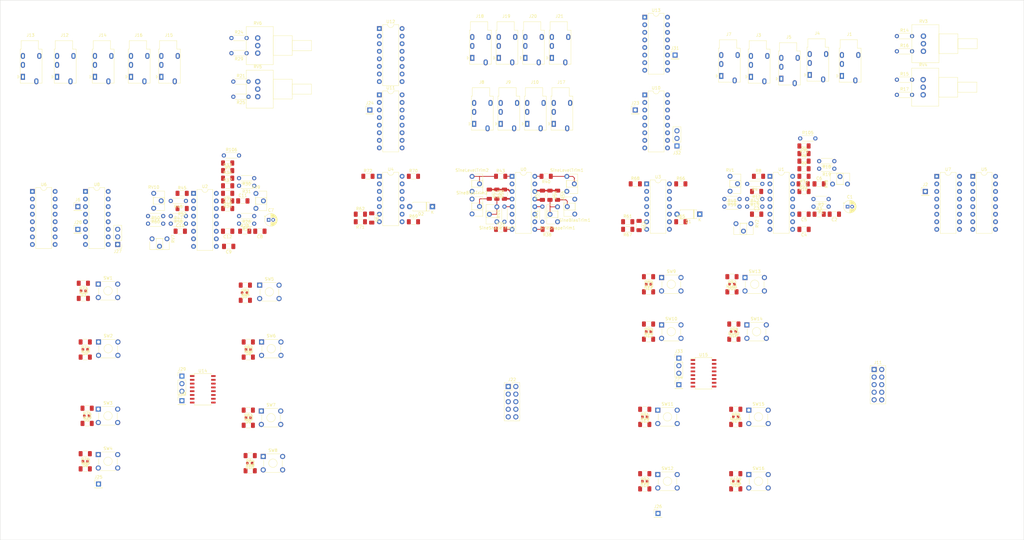
<source format=kicad_pcb>
(kicad_pcb (version 20211014) (generator pcbnew)
  (layers (0 "F.Cu" signal) (31 "B.Cu" signal) (34 "B.Paste" user) (35 "F.Paste" user) (36 "B.SilkS" user "B.Silkscreen") (37 "F.SilkS" user "F.Silkscreen") (38 "B.Mask" user) (39 "F.Mask" user) (44 "Edge.Cuts" user))
  (net 0 "")
  (net 1 "Net-(C1-Pad1)")
  (net 2 "Net-(C1-Pad2)")
  (net 3 "GND")
  (net 4 "Net-(C2-Pad2)")
  (net 5 "Net-(C3-Pad1)")
  (net 6 "Net-(C3-Pad2)")
  (net 7 "Net-(C4-Pad1)")
  (net 8 "Net-(C4-Pad2)")
  (net 9 "Net-(C5-Pad2)")
  (net 10 "Net-(C7-Pad1)")
  (net 11 "Net-(J5-PadT)")
  (net 12 "Net-(J8-PadT)")
  (net 13 "Net-(J9-PadT)")
  (net 14 "Net-(J10-PadT)")
  (net 15 "-15V")
  (net 16 "+15V")
  (net 17 "Net-(C7-Pad2)")
  (net 18 "Net-(R12-Pad1)")
  (net 19 "Net-(R4-Pad2)")
  (net 20 "Net-(C8-Pad2)")
  (net 21 "Net-(R8-Pad1)")
  (net 22 "Net-(R8-Pad2)")
  (net 23 "Net-(R11-Pad1)")
  (net 24 "Net-(C9-Pad1)")
  (net 25 "Net-(C9-Pad2)")
  (net 26 "Net-(C10-Pad2)")
  (net 27 "Net-(R14-Pad2)")
  (net 28 "Net-(R15-Pad2)")
  (net 29 "Net-(R16-Pad1)")
  (net 30 "Net-(R17-Pad1)")
  (net 31 "Net-(R18-Pad1)")
  (net 32 "Net-(R19-Pad1)")
  (net 33 "Net-(C6-Pad1)")
  (net 34 "Net-(C10-Pad1)")
  (net 35 "Net-(C12-Pad2)")
  (net 36 "Net-(C11-Pad1)")
  (net 37 "Net-(D1-Pad2)")
  (net 38 "Net-(J7-PadT)")
  (net 39 "Net-(J12-PadT)")
  (net 40 "Net-(J16-PadT)")
  (net 41 "Net-(J17-PadT)")
  (net 42 "Net-(J18-PadT)")
  (net 43 "Net-(J19-PadT)")
  (net 44 "Net-(J20-PadT)")
  (net 45 "Net-(J21-PadT)")
  (net 46 "Net-(J22-Pad1)")
  (net 47 "Net-(J22-Pad3)")
  (net 48 "Net-(J22-Pad4)")
  (net 49 "Net-(J22-Pad5)")
  (net 50 "Net-(J22-Pad6)")
  (net 51 "Net-(J22-Pad7)")
  (net 52 "Net-(J22-Pad8)")
  (net 53 "+5V")
  (net 54 "Net-(J22-Pad10)")
  (net 55 "Net-(D2-Pad2)")
  (net 56 "Net-(J27-Pad1)")
  (net 57 "Net-(R18-Pad2)")
  (net 58 "Net-(R7-Pad1)")
  (net 59 "Net-(J27-Pad2)")
  (net 60 "Net-(R13-Pad1)")
  (net 61 "Net-(J27-Pad3)")
  (net 62 "Net-(R20-Pad1)")
  (net 63 "Net-(R21-Pad2)")
  (net 64 "Net-(R24-Pad2)")
  (net 65 "Net-(R25-Pad1)")
  (net 66 "Net-(J28-Pad1)")
  (net 67 "Net-(R29-Pad1)")
  (net 68 "Net-(R30-Pad1)")
  (net 69 "Net-(R30-Pad2)")
  (net 70 "Net-(R31-Pad1)")
  (net 71 "Net-(R31-Pad2)")
  (net 72 "Net-(R32-Pad1)")
  (net 73 "Net-(R35-Pad1)")
  (net 74 "Net-(J29-Pad1)")
  (net 75 "Net-(R45-Pad1)")
  (net 76 "Net-(J29-Pad2)")
  (net 77 "Net-(J29-Pad3)")
  (net 78 "Net-(J30-Pad1)")
  (net 79 "Net-(J31-Pad1)")
  (net 80 "Net-(J32-Pad1)")
  (net 81 "Net-(J32-Pad2)")
  (net 82 "Net-(J32-Pad3)")
  (net 83 "Net-(J33-Pad1)")
  (net 84 "Net-(J33-Pad2)")
  (net 85 "Net-(J33-Pad3)")
  (net 86 "Net-(R57-Pad2)")
  (net 87 "Net-(J34-Pad1)")
  (net 88 "Net-(R43-Pad1)")
  (net 89 "Net-(R1-Pad2)")
  (net 90 "Net-(R10-Pad2)")
  (net 91 "Net-(R33-Pad1)")
  (net 92 "Net-(R56-Pad2)")
  (net 93 "Net-(U1-Pad8)")
  (net 94 "Net-(U1-Pad10)")
  (net 95 "Net-(R19-Pad2)")
  (net 96 "Net-(R26-Pad2)")
  (net 97 "Net-(D3-Pad1)")
  (net 98 "Net-(D3-Pad2)")
  (net 99 "Net-(D4-Pad1)")
  (net 100 "Net-(D4-Pad2)")
  (net 101 "Net-(D5-Pad1)")
  (net 102 "Net-(D5-Pad2)")
  (net 103 "Net-(D6-Pad1)")
  (net 104 "Net-(D6-Pad2)")
  (net 105 "Net-(D7-Pad1)")
  (net 106 "Net-(D7-Pad2)")
  (net 107 "Net-(D8-Pad1)")
  (net 108 "Net-(D8-Pad2)")
  (net 109 "Net-(D9-Pad1)")
  (net 110 "Net-(D9-Pad2)")
  (net 111 "Net-(D10-Pad1)")
  (net 112 "Net-(D10-Pad2)")
  (net 113 "Net-(D11-Pad1)")
  (net 114 "Net-(D11-Pad2)")
  (net 115 "Net-(D12-Pad1)")
  (net 116 "Net-(D12-Pad2)")
  (net 117 "Net-(D13-Pad1)")
  (net 118 "Net-(D13-Pad2)")
  (net 119 "Net-(D14-Pad1)")
  (net 120 "Net-(D14-Pad2)")
  (net 121 "Net-(D15-Pad1)")
  (net 122 "Net-(D15-Pad2)")
  (net 123 "Net-(D16-Pad1)")
  (net 124 "Net-(D16-Pad2)")
  (net 125 "Net-(D17-Pad1)")
  (net 126 "Net-(D17-Pad2)")
  (net 127 "Net-(D18-Pad1)")
  (net 128 "Net-(D18-Pad2)")
  (net 129 "Net-(J2-Pad1)")
  (net 130 "Net-(J6-Pad1)")
  (net 131 "Net-(J23-Pad1)")
  (net 132 "Net-(J24-Pad1)")
  (net 133 "Net-(J25-Pad1)")
  (net 134 "Net-(J26-Pad1)")
  (net 135 "Net-(R39-Pad2)")
  (net 136 "Net-(R40-Pad1)")
  (net 137 "Net-(R40-Pad2)")
  (net 138 "Net-(R41-Pad2)")
  (net 139 "Net-(R42-Pad2)")
  (net 140 "Net-(R43-Pad2)")
  (net 141 "Net-(R44-Pad2)")
  (net 142 "Net-(R45-Pad2)")
  (net 143 "Net-(R46-Pad1)")
  (net 144 "Net-(R46-Pad2)")
  (net 145 "Net-(R47-Pad2)")
  (net 146 "Net-(R48-Pad1)")
  (net 147 "Net-(R51-Pad1)")
  (net 148 "Net-(R51-Pad2)")
  (net 149 "Net-(R53-Pad1)")
  (net 150 "Net-(R53-Pad2)")
  (net 151 "Net-(R54-Pad2)")
  (net 154 "Net-(U5-Pad5)")
  (net 155 "Net-(U5-Pad7)")
  (net 156 "Net-(U5-Pad9)")
  (net 157 "Net-(U5-Pad11)")
  (net 158 "Net-(R55-Pad2)")
  (net 159 "Net-(R58-Pad1)")
  (net 160 "Net-(R61-Pad2)")
  (net 161 "Net-(R62-Pad2)")
  (net 162 "Net-(R63-Pad2)")
  (net 163 "Net-(R64-Pad2)")
  (net 164 "Net-(R65-Pad1)")
  (net 165 "Net-(R66-Pad1)")
  (net 166 "Net-(U11-Pad6)")
  (net 167 "Net-(U11-Pad9)")
  (net 168 "Net-(U11-Pad10)")
  (net 169 "Net-(U11-Pad11)")
  (net 170 "Net-(R68-Pad1)")
  (net 171 "Net-(R69-Pad1)")
  (net 172 "Net-(R70-Pad1)")
  (net 173 "Net-(R72-Pad1)")
  (net 174 "Net-(RV2-Pad1)")
  (net 175 "Net-(RV7-Pad1)")
  (net 176 "Net-(U2-Pad8)")
  (net 177 "Net-(U2-Pad10)")
  (net 178 "Net-(U3-Pad3)")
  (net 179 "Net-(RV2-Pad2)")
  (net 180 "Net-(RV7-Pad2)")
  (footprint "Resistor_SMD:R_1206_3216Metric_Pad1.30x1.75mm_HandSolder" (layer "F.Cu") (at 137.16 113.665)
    (fp_text reference "R62")
    (fp_text value "100k")
  )
  (footprint "Connector_PinHeader_2.54mm:PinHeader_1x01_P2.54mm_Vertical" (layer "F.Cu") (at 77.395 176.185)
    (fp_text reference "J30")
    (fp_text value "Conn_01x01_Male")
  )
  (footprint "Resistor_SMD:R_1206_3216Metric_Pad1.30x1.75mm_HandSolder" (layer "F.Cu") (at 45.01 156.5 180)
    (fp_text reference "R74")
    (fp_text value "470")
  )
  (footprint "Diode_THT:D_A-405_P7.62mm_Horizontal" (layer "F.Cu") (at 250.835 113.66 180)
    (fp_text reference "D1")
    (fp_text value "DIODE")
  )
  (footprint "Connector_Audio:Jack_3.5mm_PJ320E_Horizontal" (layer "F.Cu") (at 267.9775 67.615)
    (fp_text reference "J3")
    (fp_text value "HardSyncInput")
  )
  (footprint "Resistor_SMD:R_1206_3216Metric_Pad1.30x1.75mm_HandSolder" (layer "F.Cu") (at 44.375 136.815 180)
    (fp_text reference "R73")
    (fp_text value "470")
  )
  (footprint "Resistor_THT:R_Axial_DIN0204_L3.6mm_D1.6mm_P5.08mm_Horizontal" (layer "F.Cu") (at 94.615 69.215)
    (fp_text reference "R21")
    (fp_text value "10k")
  )
  (footprint "Resistor_SMD:R_1206_3216Metric_Pad1.30x1.75mm_HandSolder" (layer "F.Cu") (at 262.255 150.495 180)
    (fp_text reference "R98")
    (fp_text value "470")
  )
  (footprint "Capacitor_SMD:C_1206_3216Metric_Pad1.33x1.80mm_HandSolder" (layer "F.Cu") (at 290.83 103.505)
    (fp_text reference "C6")
    (fp_text value "10nf")
  )
  (footprint "LED_SMD:LED_0603_1608Metric" (layer "F.Cu") (at 261.62 137.16 180)
    (fp_text reference "D15")
    (fp_text value "LD271")
  )
  (footprint "Resistor_SMD:R_1206_3216Metric_Pad1.30x1.75mm_HandSolder" (layer "F.Cu") (at 199.39 100.965 180)
    (fp_text reference "R40")
    (fp_text value "100k")
  )
  (footprint "Resistor_SMD:R_1206_3216Metric_Pad1.30x1.75mm_HandSolder" (layer "F.Cu") (at 285.75 93.345)
    (fp_text reference "R5")
    (fp_text value "100k")
  )
  (footprint "LED_SMD:LED_0603_1608Metric" (layer "F.Cu") (at 233.68 153.035 180)
    (fp_text reference "D12")
    (fp_text value "LD271")
  )
  (footprint "Potentiometer_THT:Potentiometer_ACP_CA6-H2,5_Horizontal" (layer "F.Cu") (at 206.32 101.005)
    (fp_text reference "SineLevelTrim1")
    (fp_text value "1M Pot")
  )
  (footprint "Connector_PinHeader_2.54mm:PinHeader_1x01_P2.54mm_Vertical" (layer "F.Cu") (at 242.57 60.325)
    (fp_text reference "J31")
    (fp_text value "Conn_01x01_Male")
  )
  (footprint "Button_Switch_THT:SW_TH_Tactile_Omron_B3F-10xx" (layer "F.Cu") (at 49.38 179.015)
    (fp_text reference "SW3")
    (fp_text value "SW_DIP_x01")
  )
  (footprint "Capacitor_THT:CP_Radial_D4.0mm_P1.50mm" (layer "F.Cu") (at 106.45 115.57)
    (fp_text reference "C7")
    (fp_text value "100nf")
  )
  (footprint "Resistor_THT:R_Axial_DIN0204_L3.6mm_D1.6mm_P5.08mm_Horizontal" (layer "F.Cu") (at 73.66 116.84)
    (fp_text reference "R47")
    (fp_text value "47k")
  )
  (footprint "Connector_PinHeader_2.54mm:PinHeader_1x01_P2.54mm_Vertical" (layer "F.Cu") (at 140.335 78.74)
    (fp_text reference "J24")
    (fp_text value "Conn_01x01_Male")
  )
  (footprint "Connector_Audio:Jack_3.5mm_PJ320E_Horizontal" (layer "F.Cu") (at 35.5675 67.615)
    (fp_text reference "J12")
    (fp_text value "PWM Input")
  )
  (footprint "Potentiometer_THT:Potentiometer_ACP_CA6-H2,5_Horizontal" (layer "F.Cu") (at 67.945 106.68)
    (fp_text reference "RV10")
    (fp_text value "10k Pot")
  )
  (footprint "Button_Switch_THT:SW_TH_Tactile_Omron_B3F-10xx" (layer "F.Cu") (at 104.065 156.5)
    (fp_text reference "SW6")
    (fp_text value "SW_DIP_x01")
  )
  (footprint "Resistor_SMD:R_1206_3216Metric_Pad1.30x1.75mm_HandSolder" (layer "F.Cu") (at 261.62 139.7)
    (fp_text reference "R101")
    (fp_text value "10k")
  )
  (footprint "Resistor_SMD:R_1206_3216Metric_Pad1.30x1.75mm_HandSolder" (layer "F.Cu") (at 261.62 134.62 180)
    (fp_text reference "R97")
    (fp_text value "470")
  )
  (footprint "Potentiometer_THT:Potentiometer_ACP_CA6-H2,5_Horizontal" (layer "F.Cu") (at 203.2 116.205 180)
    (fp_text reference "SineShapeTrim1")
    (fp_text value "100k Pot")
  )
  (footprint "Resistor_SMD:R_1206_3216Metric_Pad1.30x1.75mm_HandSolder" (layer "F.Cu") (at 285.75 95.885)
    (fp_text reference "R6")
    (fp_text value "100k")
  )
  (footprint "Potentiometer_THT:Potentiometer_Vishay_148-149_Single_Horizontal" (layer "F.Cu") (at 325.755 59.055)
    (fp_text reference "RV3")
    (fp_text value "100kPot")
  )
  (footprint "Resistor_SMD:R_1206_3216Metric_Pad1.30x1.75mm_HandSolder" (layer "F.Cu") (at 92.71 111.76)
    (fp_text reference "R48")
    (fp_text value "1.8k")
  )
  (footprint "Potentiometer_THT:Potentiometer_Vishay_148-149_Single_Horizontal" (layer "F.Cu") (at 102.78 74.28)
    (fp_text reference "RV5")
    (fp_text value "100kPot")
  )
  (footprint "Package_DIP:DIP-16_W7.62mm" (layer "F.Cu") (at 143.51 51.435)
    (fp_text reference "U12")
    (fp_text value "74ls189")
  )
  (footprint "LED_SMD:LED_0603_1608Metric" (layer "F.Cu") (at 233.68 137.16 180)
    (fp_text reference "D11")
    (fp_text value "LD271")
  )
  (footprint "Resistor_SMD:R_1206_3216Metric_Pad1.30x1.75mm_HandSolder" (layer "F.Cu") (at 92.71 106.68 180)
    (fp_text reference "R35")
    (fp_text value "200k")
  )
  (footprint "Connector_PinHeader_2.54mm:PinHeader_1x01_P2.54mm_Vertical" (layer "F.Cu") (at 236.855 213.995)
    (fp_text reference "J26")
    (fp_text value "Conn_01x01_Male")
  )
  (footprint "Resistor_SMD:R_1206_3216Metric_Pad1.30x1.75mm_HandSolder" (layer "F.Cu") (at 233.68 155.575)
    (fp_text reference "R94")
    (fp_text value "10k")
  )
  (footprint "Potentiometer_THT:Potentiometer_ACP_CA6-H2,5_Horizontal" (layer "F.Cu") (at 208.97 113.625 180)
    (fp_text reference "SineBiasTrim1")
    (fp_text value "100k Pot")
  )
  (footprint "Resistor_SMD:R_1206_3216Metric_Pad1.30x1.75mm_HandSolder" (layer "F.Cu") (at 140.97 114.935 -90)
    (fp_text reference "R64")
    (fp_text value "100k")
  )
  (footprint "Resistor_THT:R_Axial_DIN0204_L3.6mm_D1.6mm_P5.08mm_Horizontal" (layer "F.Cu") (at 316.865 53.975)
    (fp_text reference "R14")
    (fp_text value "10k")
  )
  (footprint "Resistor_THT:R_Axial_DIN0204_L3.6mm_D1.6mm_P5.08mm_Horizontal" (layer "F.Cu") (at 295.91 98.425 180)
    (fp_text reference "R19")
    (fp_text value "100k")
  )
  (footprint "Resistor_SMD:R_1206_3216Metric_Pad1.30x1.75mm_HandSolder" (layer "F.Cu") (at 184.15 100.965)
    (fp_text reference "R43")
    (fp_text value "100k")
  )
  (footprint "Capacitor_SMD:C_1206_3216Metric_Pad1.33x1.80mm_HandSolder" (layer "F.Cu") (at 269.885 113.665)
    (fp_text reference "C3")
    (fp_text value "1nf")
  )
  (footprint "Capacitor_SMD:C_1206_3216Metric_Pad1.33x1.80mm_HandSolder" (layer "F.Cu") (at 76.835 119.38)
    (fp_text reference "C10")
    (fp_text value "1nf")
  )
  (footprint "Package_DIP:DIP-14_W7.62mm" (layer "F.Cu") (at 233.055 103.5)
    (fp_text reference "U3")
    (fp_text value "LM324")
  )
  (footprint "Connector_PinHeader_2.54mm:PinHeader_1x01_P2.54mm_Vertical" (layer "F.Cu") (at 229.235 78.74)
    (fp_text reference "J23")
    (fp_text value "Conn_01x01_Male")
  )
  (footprint "Resistor_THT:R_Axial_DIN0204_L3.6mm_D1.6mm_P5.08mm_Horizontal" (layer "F.Cu") (at 266.71 111.125)
    (fp_text reference "R42")
    (fp_text value "47k")
  )
  (footprint "Resistor_SMD:R_1206_3216Metric_Pad1.30x1.75mm_HandSolder" (layer "F.Cu") (at 203.2 107.315 -90)
    (fp_text reference "R55")
    (fp_text value "470k")
  )
  (footprint "Resistor_THT:R_Axial_DIN0204_L3.6mm_D1.6mm_P5.08mm_Horizontal" (layer "F.Cu") (at 316.865 59.055)
    (fp_text reference "R16")
    (fp_text value "47k")
  )
  (footprint "Resistor_SMD:R_1206_3216Metric_Pad1.30x1.75mm_HandSolder" (layer "F.Cu") (at 226.705 116.2)
    (fp_text reference "R61")
    (fp_text value "100k")
  )
  (footprint "Resistor_SMD:R_1206_3216Metric_Pad1.30x1.75mm_HandSolder" (layer "F.Cu") (at 139.7 100.965)
    (fp_text reference "R72")
    (fp_text value "1k")
  )
  (footprint "Resistor_SMD:R_1206_3216Metric_Pad1.30x1.75mm_HandSolder" (layer "F.Cu") (at 77.47 111.76 180)
    (fp_text reference "R52")
    (fp_text value "910")
  )
  (footprint "Resistor_SMD:R_1206_3216Metric_Pad1.30x1.75mm_HandSolder" (layer "F.Cu") (at 45.645 178.725 180)
    (fp_text reference "R75")
    (fp_text value "470")
  )
  (footprint "Resistor_SMD:R_1206_3216Metric_Pad1.30x1.75mm_HandSolder" (layer "F.Cu") (at 99.62 184.44)
    (fp_text reference "R87")
    (fp_text value "10k")
  )
  (footprint "Button_Switch_THT:SW_TH_Tactile_Omron_B3F-10xx" (layer "F.Cu") (at 238.05 150.785)
    (fp_text reference "SW10")
    (fp_text value "SW_DIP_x01")
  )
  (footprint "Resistor_THT:R_Axial_DIN0204_L3.6mm_D1.6mm_P5.08mm_Horizontal" (layer "F.Cu") (at 271.78 108.585 180)
    (fp_text reference "R13")
    (fp_text value "2k")
  )
  (footprint "Resistor_THT:R_Axial_DIN0204_L3.6mm_D1.6mm_P5.08mm_Horizontal" (layer "F.Cu") (at 99.06 59.69 180)
    (fp_text reference "R29")
    (fp_text value "100k")
  )
  (footprint "Connector_PinHeader_2.54mm:PinHeader_1x01_P2.54mm_Vertical" (layer "F.Cu") (at 42.545 111.125)
    (fp_text reference "J6")
    (fp_text value "Conn_01x01_Male")
  )
  (footprint "Connector_Audio:Jack_3.5mm_PJ320E_Horizontal" (layer "F.Cu") (at 24.1375 67.615)
    (fp_text reference "J13")
    (fp_text value "HardSyncInput")
  )
  (footprint "Resistor_SMD:R_1206_3216Metric_Pad1.30x1.75mm_HandSolder" (layer "F.Cu") (at 232.41 200.66 180)
    (fp_text reference "R92")
    (fp_text value "470")
  )
  (footprint "Resistor_SMD:R_1206_3216Metric_Pad1.30x1.75mm_HandSolder" (layer "F.Cu") (at 285.75 98.425)
    (fp_text reference "R9")
    (fp_text value "100k")
  )
  (footprint "Button_Switch_THT:SW_TH_Tactile_Omron_B3F-10xx" (layer "F.Cu") (at 265.99 134.91)
    (fp_text reference "SW13")
    (fp_text value "SW_DIP_x01")
  )
  (footprint "Button_Switch_THT:SW_TH_Tactile_Omron_B3F-10xx" (layer "F.Cu") (at 266.625 150.785)
    (fp_text reference "SW14")
    (fp_text value "SW_DIP_x01")
  )
  (footprint "Potentiometer_THT:Potentiometer_ACP_CA6-H2,5_Horizontal" (layer "F.Cu") (at 72.39 121.92 -90)
    (fp_text reference "RV7")
    (fp_text value "10k Pot")
  )
  (footprint "Resistor_SMD:R_1206_3216Metric_Pad1.30x1.75mm_HandSolder" (layer "F.Cu") (at 233.68 139.7)
    (fp_text reference "R93")
    (fp_text value "10k")
  )
  (footprint "Package_SO:SOIC-16W_5.3x10.2mm_P1.27mm" (layer "F.Cu") (at 252.095 167.005)
    (fp_text reference "U15")
    (fp_text value "74LS138")
  )
  (footprint "Potentiometer_THT:Potentiometer_Vishay_148-149_Single_Horizontal" (layer "F.Cu") (at 325.665 73.645)
    (fp_text reference "RV4")
    (fp_text value "100kPot")
  )
  (footprint "Package_DIP:DIP-16_W7.62mm" (layer "F.Cu") (at 45.085 106.045)
    (fp_text reference "U8")
    (fp_text value "74HC4051")
  )
  (footprint "Connector_Audio:Jack_3.5mm_PJ320E_Horizontal" (layer "F.Cu") (at 287.6625 66.98)
    (fp_text reference "J4")
    (fp_text value "SoftSyncInput")
  )
  (footprint "Resistor_SMD:R_1206_3216Metric_Pad1.30x1.75mm_HandSolder" (layer "F.Cu") (at 262.89 179.07 180)
    (fp_text reference "R99")
    (fp_text value "470")
  )
  (footprint "Resistor_SMD:R_1206_3216Metric_Pad1.30x1.75mm_HandSolder" (layer "F.Cu") (at 262.89 184.15)
    (fp_text reference "R103")
    (fp_text value "10k")
  )
  (footprint "Resistor_SMD:R_1206_3216Metric_Pad1.30x1.75mm_HandSolder" (layer "F.Cu") (at 99.62 161.58)
    (fp_text reference "R86")
    (fp_text value "10k")
  )
  (footprint "Package_DIP:DIP-16_W7.62mm" (layer "F.Cu") (at 232.41 47.625)
    (fp_text reference "U13")
    (fp_text value "74ls189")
  )
  (footprint "Resistor_THT:R_Axial_DIN0204_L3.6mm_D1.6mm_P5.08mm_Horizontal" (layer "F.Cu") (at 294.005 108.585 180)
    (fp_text reference "R2")
    (fp_text value "1.5M")
  )
  (footprint "Potentiometer_THT:Potentiometer_ACP_CA6-H2,5_Horizontal" (layer "F.Cu") (at 267.97 116.84 -90)
    (fp_text reference "RV2")
    (fp_text value "20k Pot")
  )
  (footprint "Connector_PinHeader_2.54mm:PinHeader_1x01_P2.54mm_Vertical" (layer "F.Cu") (at 326.39 106.045)
    (fp_text reference "J2")
    (fp_text value "Conn_01x01_Male")
  )
  (footprint "Resistor_SMD:R_1206_3216Metric_Pad1.30x1.75mm_HandSolder" (layer "F.Cu") (at 100.255 194.6 180)
    (fp_text reference "R84")
    (fp_text value "470")
  )
  (footprint "Capacitor_SMD:C_1206_3216Metric_Pad1.33x1.80mm_HandSolder" (layer "F.Cu") (at 285.76 118.745 180)
    (fp_text reference "C4")
    (fp_text value "1nf")
  )
  (footprint "Potentiometer_THT:Potentiometer_Vishay_148-149_Single_Horizontal" (layer "F.Cu") (at 102.78 59.675)
    (fp_text reference "RV6")
    (fp_text value "100kPot")
  )
  (footprint "Connector_Audio:Jack_3.5mm_PJ320E_Horizontal" (layer "F.Cu") (at 48.2675 67.615)
    (fp_text reference "J14")
    (fp_text value "SoftSyncInput")
  )
  (footprint "LED_SMD:LED_0603_1608Metric" (layer "F.Cu") (at 262.89 181.61 180)
    (fp_text reference "D17")
    (fp_text value "LD271")
  )
  (footprint "Resistor_THT:R_Axial_DIN0204_L3.6mm_D1.6mm_P5.08mm_Horizontal" (layer "F.Cu") (at 294.005 111.125 180)
    (fp_text reference "R1")
    (fp_text value "1M")
  )
  (footprint "Resistor_SMD:R_1206_3216Metric_Pad1.30x1.75mm_HandSolder" (layer "F.Cu") (at 45.01 199.045)
    (fp_text reference "R80")
    (fp_text value "10k")
  )
  (footprint "Resistor_SMD:R_1206_3216Metric_Pad1.30x1.75mm_HandSolder" (layer "F.Cu") (at 92.71 99.06)
    (fp_text reference "R33")
    (fp_text value "100k")
  )
  (footprint "Resistor_THT:R_Axial_DIN0204_L3.6mm_D1.6mm_P5.08mm_Horizontal" (layer "F.Cu") (at 271.79 103.505 180)
    (fp_text reference "R4")
    (fp_text value "5.6k")
  )
  (footprint "Resistor_SMD:R_1206_3216Metric_Pad1.30x1.75mm_HandSolder" (layer "F.Cu") (at 230.515 117.47 -90)
    (fp_text reference "R63")
    (fp_text value "100k")
  )
  (footprint "LED_SMD:LED_0603_1608Metric" (layer "F.Cu") (at 99.62 181.9 180)
    (fp_text reference "D9")
    (fp_text value "LD271")
  )
  (footprint "Button_Switch_THT:SW_TH_Tactile_Omron_B3F-10xx" (layer "F.Cu") (at 236.78 179.36)
    (fp_text reference "SW11")
    (fp_text value "SW_DIP_x01")
  )
  (footprint "Resistor_SMD:R_1206_3216Metric_Pad1.30x1.75mm_HandSolder" (layer "F.Cu") (at 232.41 184.15)
    (fp_text reference "R95")
    (fp_text value "10k")
  )
  (footprint "Capacitor_SMD:C_1206_3216Metric_Pad1.33x1.80mm_HandSolder" (layer "F.Cu") (at 103.505 119.38 180)
    (fp_text reference "C8")
    (fp_text value "10nf")
  )
  (footprint "Resistor_THT:R_Axial_DIN0204_L3.6mm_D1.6mm_P5.08mm_Horizontal" (layer "F.Cu") (at 101.6 104.14 180)
    (fp_text reference "R31")
    (fp_text value "100k")
  )
  (footprint "Resistor_SMD:R_1206_3216Metric_Pad1.30x1.75mm_HandSolder" (layer "F.Cu") (at 92.71 104.14)
    (fp_text reference "R37")
    (fp_text value "100k")
  )
  (footprint "Package_DIP:DIP-16_W7.62mm" (layer "F.Cu") (at 27.305 106.045)
    (fp_text reference "U6")
    (fp_text value "74ls189")
  )
  (footprint "LED_SMD:LED_0603_1608Metric" (layer "F.Cu") (at 100.1025 197.14 180)
    (fp_text reference "D10")
    (fp_text value "LD271")
  )
  (footprint "Connector_PinHeader_2.54mm:PinHeader_1x03_P2.54mm_Vertical" (layer "F.Cu") (at 77.395 167.945)
    (fp_text reference "J29")
    (fp_text value "Conn_01x03_Male")
  )
  (footprint "Resistor_THT:R_Axial_DIN0204_L3.6mm_D1.6mm_P5.08mm_Horizontal" (layer "F.Cu") (at 259.08 111.125)
    (fp_text reference "R49")
    (fp_text value "47k")
  )
  (footprint "Connector_Audio:Jack_3.5mm_PJ320E_Horizontal" (layer "F.Cu") (at 193.04 83.375)
    (fp_text reference "J10")
    (fp_text value "TRI OUT")
  )
  (footprint "Resistor_SMD:R_1206_3216Metric_Pad1.30x1.75mm_HandSolder" (layer "F.Cu") (at 77.47 106.68)
    (fp_text reference "R45")
    (fp_text value "24k")
  )
  (footprint "Resistor_SMD:R_1206_3216Metric_Pad1.30x1.75mm_HandSolder" (layer "F.Cu") (at 154.94 100.965)
    (fp_text reference "R70")
    (fp_text value "1k")
  )
  (footprint "Resistor_SMD:R_1206_3216Metric_Pad1.30x1.75mm_HandSolder" (layer "F.Cu") (at 198.12 107.315 90)
    (fp_text reference "R51")
    (fp_text value "1k")
  )
  (footprint "Connector_Audio:Jack_3.5mm_PJ320E_Horizontal" (layer "F.Cu") (at 192.4125 61.265)
    (fp_text reference "J20")
    (fp_text value "TRI OUT")
  )
  (footprint "Resistor_SMD:R_1206_3216Metric_Pad1.30x1.75mm_HandSolder" (layer "F.Cu") (at 226.705 118.74 180)
    (fp_text reference "R67")
    (fp_text value "1k")
  )
  (footprint "Package_DIP:DIP-16_W7.62mm" (layer "F.Cu") (at 330.21 100.98)
    (fp_text reference "U7")
    (fp_text value "74HC4051")
  )
  (footprint "Package_SO:SOIC-16W_5.3x10.2mm_P1.27mm" (layer "F.Cu") (at 84.38 172.375)
    (fp_text reference "U14")
    (fp_text value "74LS138")
  )
  (footprint "Button_Switch_THT:SW_TH_Tactile_Omron_B3F-10xx" (layer "F.Cu") (at 49.38 137.105)
    (fp_text reference "SW1")
    (fp_text value "SW_DIP_x01")
  )
  (footprint "Package_DIP:DIP-16_W7.62mm" (layer "F.Cu") (at 274.33 100.965)
    (fp_text reference "U1")
    (fp_text value "AS3340")
  )
  (footprint "Package_DIP:DIP-16_W7.62mm" (layer "F.Cu") (at 232.42 73.675)
    (fp_text reference "U10")
    (fp_text value "74HC4051")
  )
  (footprint "Capacitor_THT:CP_Radial_D4.0mm_P1.50mm" (layer "F.Cu") (at 300.355 111.125)
    (fp_text reference "C1")
    (fp_text value "100nf")
  )
  (footprint "Connector_Audio:Jack_3.5mm_PJ320E_Horizontal" (layer "F.Cu") (at 70.4925 67.615)
    (fp_text reference "J15")
    (fp_text value "LinearFMInput")
  )
  (footprint "Connector_PinHeader_2.54mm:PinHeader_1x03_P2.54mm_Vertical" (layer "F.Cu") (at 55.88 123.81 180)
    (fp_text reference "J27")
    (fp_text value "Conn_01x03_Male")
  )
  (footprint "LED_SMD:LED_0603_1608Metric" (layer "F.Cu") (at 45.01 159.015 180)
    (fp_text reference "D4")
    (fp_text value "LD271")
  )
  (footprint "Resistor_SMD:R_1206_3216Metric_Pad1.30x1.75mm_HandSolder" (layer "F.Cu") (at 285.48 103.505 180)
    (fp_text reference "R10")
    (fp_text value "470")
  )
  (footprint "Resistor_SMD:R_1206_3216Metric_Pad1.30x1.75mm_HandSolder" (layer "F.Cu") (at 99.62 179.36 180)
    (fp_text reference "R83")
    (fp_text value "470")
  )
  (footprint "Resistor_SMD:R_1206_3216Metric_Pad1.30x1.75mm_HandSolder" (layer "F.Cu") (at 285.75 106.045)
    (fp_text reference "R11")
    (fp_text value "1.8k")
  )
  (footprint "Resistor_SMD:R_1206_3216Metric_Pad1.30x1.75mm_HandSolder" (layer "F.Cu") (at 92.71 109.22 180)
    (fp_text reference "R34")
    (fp_text value "470")
  )
  (footprint "Potentiometer_THT:Potentiometer_ACP_CA6-H2,5_Horizontal" (layer "F.Cu") (at 260.985 100.965)
    (fp_text reference "RV1")
    (fp_text value "10k Pot")
  )
  (footprint "LED_SMD:LED_0603_1608Metric" (layer "F.Cu") (at 232.41 203.2 180)
    (fp_text reference "D14")
    (fp_text value "LD271")
  )
  (footprint "Connector_Audio:Jack_3.5mm_PJ320E_Horizontal" (layer "F.Cu") (at 258.025 67.325)
    (fp_text reference "J7")
    (fp_text value "PWM Input")
  )
  (footprint "Potentiometer_THT:Potentiometer_ACP_CA6-H2,5_Horizontal" (layer "F.Cu") (at 174.57 101.005)
    (fp_text reference "SineLevelTrim2")
    (fp_text value "1M Pot")
  )
  (footprint "Connector_Audio:Jack_3.5mm_PJ320E_Horizontal" (layer "F.Cu") (at 298.45 67.31)
    (fp_text reference "J1")
    (fp_text value "LinearFMInput")
  )
  (footprint "Connector_PinHeader_2.54mm:PinHeader_1x03_P2.54mm_Vertical" (layer "F.Cu") (at 243.205 90.79 180)
    (fp_text reference "J32")
    (fp_text value "Conn_01x03_Male")
  )
  (footprint "Button_Switch_THT:SW_TH_Tactile_Omron_B3F-10xx" (layer "F.Cu") (at 104.625 194.89)
    (fp_text reference "SW8")
    (fp_text value "SW_DIP_x01")
  )
  (footprint "Connector_PinHeader_2.54mm:PinHeader_2x05_P2.54mm_Vertical" (layer "F.Cu") (at 186.69 171.45)
    (fp_text reference "J22")
    (fp_text value "Conn_02x05_Odd_Even")
  )
  (footprint "Button_Switch_THT:SW_TH_Tactile_Omron_B3F-10xx" (layer "F.Cu") (at 236.78 200.95)
    (fp_text reference "SW12")
    (fp_text value "SW_DIP_x01")
  )
  (footprint "Resistor_THT:R_Axial_DIN0204_L3.6mm_D1.6mm_P5.08mm_Horizontal" (layer "F.Cu") (at 71.12 114.3 180)
    (fp_text reference "R60")
    (fp_text value "47k")
  )
  (footprint "Button_Switch_THT:SW_TH_Tactile_Omron_B3F-10xx" (layer "F.Cu") (at 103.99 179.65)
    (fp_text reference "SW7")
    (fp_text value "SW_DIP_x01")
  )
  (footprint "Resistor_THT:R_Axial_DIN0204_L3.6mm_D1.6mm_P5.08mm_Horizontal" (layer "F.Cu") (at 99.695 74.295 180)
    (fp_text reference "R25")
    (fp_text value "47k")
  )
  (footprint "Resistor_THT:R_Axial_DIN0204_L3.6mm_D1.6mm_P5.08mm_Horizontal" (layer "F.Cu") (at 78.74 109.22 180)
    (fp_text reference "R46")
    (fp_text value "5.6k")
  )
  (footprint "LED_SMD:LED_0603_1608Metric" (layer "F.Cu") (at 99.62 159.04 180)
    (fp_text reference "D8")
    (fp_text value "LD271")
  )
  (footprint "Resistor_SMD:R_1206_3216Metric_Pad1.30x1.75mm_HandSolder" (layer "F.Cu") (at 45.01 193.965 180)
    (fp_text reference "R76")
    (fp_text value "470")
  )
  (footprint "Package_DIP:DIP-16_W7.62mm" (layer "F.Cu") (at 81.29 106.695)
    (fp_text reference "U2")
    (fp_text value "AS3340")
  )
  (footprint "Resistor_SMD:R_1206_3216Metric_Pad1.30x1.75mm_HandSolder" (layer "F.Cu") (at 92.71 96.52 180)
    (fp_text reference "R7")
    (fp_text value "100k")
  )
  (footprint "Connector_Audio:Jack_3.5mm_PJ320E_Horizontal" (layer "F.Cu") (at 184.15 83.375)
    (fp_text reference "J9")
    (fp_text value "SAW OUT")
  )
  (footprint "Resistor_THT:R_Axial_DIN0204_L3.6mm_D1.6mm_P5.08mm_Horizontal" (layer "F.Cu") (at 91.44 93.98)
    (fp_text reference "R106")
    (fp_text value "1M")
  )
  (footprint "Resistor_SMD:R_1206_3216Metric_Pad1.30x1.75mm_HandSolder" (layer "F.Cu") (at 180.34 106.96 -90)
    (fp_text reference "R57")
    (fp_text value "470k")
  )
  (footprint "Resistor_THT:R_Axial_DIN0204_L3.6mm_D1.6mm_P5.08mm_Horizontal" (layer "F.Cu") (at 101.6 101.6 180)
    (fp_text reference "R30")
    (fp_text value "1M")
  )
  (footprint "Connector_Audio:Jack_3.5mm_PJ320E_Horizontal" (layer "F.Cu") (at 201.93 83.375)
    (fp_text reference "J17")
    (fp_text value "SIN OUT")
  )
  (footprint "Resistor_SMD:R_1206_3216Metric_Pad1.30x1.75mm_HandSolder" (layer "F.Cu") (at 44.375 141.895)
    (fp_text reference "R77")
    (fp_text value "10k")
  )
  (footprint "Resistor_SMD:R_1206_3216Metric_Pad1.30x1.75mm_HandSolder" (layer "F.Cu") (at 100.255 199.68)
    (fp_text reference "R88")
    (fp_text value "10k")
  )
  (footprint "Resistor_SMD:R_1206_3216Metric_Pad1.30x1.75mm_HandSolder" (layer "F.Cu") (at 285.75 90.805 180)
    (fp_text reference "R20")
    (fp_text value "100k")
  )
  (footprint "Resistor_SMD:R_1206_3216Metric_Pad1.30x1.75mm_HandSolder" (layer "F.Cu") (at 262.255 155.575)
    (fp_text reference "R102")
    (fp_text value "10k")
  )
  (footprint "Resistor_SMD:R_1206_3216Metric_Pad1.30x1.75mm_HandSolder" (layer "F.Cu") (at 182.88 106.96 -90)
    (fp_text reference "R56")
    (fp_text value "20k")
  )
  (footprint "Resistor_SMD:R_1206_3216Metric_Pad1.30x1.75mm_HandSolder" (layer "F.Cu") (at 199.745 118.745 180)
    (fp_text reference "R38")
    (fp_text value "4.7k")
  )
  (footprint "Resistor_THT:R_Axial_DIN0204_L3.6mm_D1.6mm_P5.08mm_Horizontal" (layer "F.Cu") (at 101.6 114.3 180)
    (fp_text reference "R26")
    (fp_text value "1.5M")
  )
  (footprint "Potentiometer_THT:Potentiometer_ACP_CA6-H2,5_Horizontal" (layer "F.Cu") (at 295.315 103.56 90)
    (fp_text reference "RV8")
    (fp_text value "100k Pot")
  )
  (footprint "Package_DIP:DIP-16_W7.62mm" (layer "F.Cu") (at 143.51 73.66)
    (fp_text reference "U11")
    (fp_text value "74HC4051")
  )
  (footprint "Connector_Audio:Jack_3.5mm_PJ320E_Horizontal" (layer "F.Cu") (at 60.3325 67.615)
    (fp_text reference "J16")
    (fp_text value "CV1")
  )
  (footprint "Connector_Audio:Jack_3.5mm_PJ320E_Horizontal" (layer "F.Cu") (at 183.5225 61.265)
    (fp_text reference "J19")
    (fp_text value "SAW OUT")
  )
  (footprint "Resistor_SMD:R_1206_3216Metric_Pad1.30x1.75mm_HandSolder" (layer "F.Cu") (at 92.71 101.6)
    (fp_text reference "R36")
    (fp_text value "100k")
  )
  (footprint "Resistor_SMD:R_1206_3216Metric_Pad1.30x1.75mm_HandSolder" (layer "F.Cu") (at 154.94 116.205)
    (fp_text reference "R69")
    (fp_text value "1k")
  )
  (footprint "LED_SMD:LED_0603_1608Metric" (layer "F.Cu") (at 44.375 139.355 180)
    (fp_text reference "D3")
    (fp_text value "LD271")
  )
  (footprint "LED_SMD:LED_0603_1608Metric" (layer "F.Cu") (at 262.89 203.2 180)
    (fp_text reference "D18")
    (fp_text value "LD271")
  )
  (footprint "Connector_PinHeader_2.54mm:PinHeader_1x03_P2.54mm_Vertical" (layer "F.Cu") (at 243.84 161.925)
    (fp_text reference "J33")
    (fp_text value "Conn_01x03_Male")
  )
  (footprint "Resistor_SMD:R_1206_3216Metric_Pad1.30x1.75mm_HandSolder" (layer "F.Cu") (at 285.75 100.965 180)
    (fp_text reference "R32")
    (fp_text value "200k")
  )
  (footprint "Button_Switch_THT:SW_TH_Tactile_Omron_B3F-10xx" (layer "F.Cu") (at 238.05 134.91)
    (fp_text reference "SW9")
    (fp_text value "SW_DIP_x01")
  )
  (footprint "Resistor_SMD:R_1206_3216Metric_Pad1.30x1.75mm_HandSolder" (layer "F.Cu") (at 98.63 142.53)
    (fp_text reference "R85")
    (fp_text value "10k")
  )
  (footprint "Capacitor_SMD:C_1206_3216Metric_Pad1.33x1.80mm_HandSolder" (layer "F.Cu") (at 97.79 109.22)
    (fp_text reference "C11")
    (fp_text value "10nf")
  )
  (footprint "Button_Switch_THT:SW_TH_Tactile_Omron_B3F-10xx" (layer "F.Cu") (at 267.26 179.36)
    (fp_text reference "SW15")
    (fp_text value "SW_DIP_x01")
  )
  (footprint "Resistor_THT:R_Axial_DIN0204_L3.6mm_D1.6mm_P5.08mm_Horizontal" (layer "F.Cu") (at 185.42 116.205 90)
    (fp_text reference "R44")
    (fp_text value "1M")
  )
  (footprint "Connector_PinHeader_2.54mm:PinHeader_1x01_P2.54mm_Vertical" (layer "F.Cu") (at 49.455 204.125)
    (fp_text reference "J25")
    (fp_text value "Conn_01x01_Male")
  )
  (footprint "Resistor_SMD:R_1206_3216Metric_Pad1.30x1.75mm_HandSolder" (layer "F.Cu") (at 232.41 205.74)
    (fp_text reference "R96")
    (fp_text value "10k")
  )
  (footprint "Button_Switch_THT:SW_TH_Tactile_Omron_B3F-10xx" (layer "F.Cu") (at 103.43 137.45)
    (fp_text reference "SW5")
    (fp_text value "SW_DIP_x01")
  )
  (footprint "Resistor_THT:R_Axial_DIN0204_L3.6mm_D1.6mm_P5.08mm_Horizontal" (layer "F.Cu") (at 295.91 95.885 180)
    (fp_text reference "R18")
    (fp_text value "1M")
  )
  (footprint "Package_DIP:DIP-16_W7.62mm" (layer "F.Cu") (at 342.275 100.98)
    (fp_text reference "U5")
    (fp_text value "74ls189")
  )
  (footprint "Button_Switch_THT:SW_TH_Tactile_Omron_B3F-10xx" (layer "F.Cu") (at 49.38 194.255)
    (fp_text reference "SW4")
    (fp_text value "SW_DIP_x01")
  )
  (footprint "Resistor_THT:R_Axial_DIN0204_L3.6mm_D1.6mm_P5.08mm_Horizontal" (layer "F.Cu") (at 284.48 88.265)
    (fp_text reference "R105")
    (fp_text value "1M")
  )
  (footprint "Button_Switch_THT:SW_TH_Tactile_Omron_B3F-10xx" (layer "F.Cu") (at 267.26 200.95)
    (fp_text reference "SW16")
    (fp_text value "SW_DIP_x01")
  )
  (footprint "Button_Switch_THT:SW_TH_Tactile_Omron_B3F-10xx" (layer "F.Cu") (at 49.455 156.5)
    (fp_text reference "SW2")
    (fp_text value "SW_DIP_x01")
  )
  (footprint "Resistor_SMD:R_1206_3216Metric_Pad1.30x1.75mm_HandSolder" (layer "F.Cu") (at 232.41 179.07 180)
    (fp_text reference "R91")
    (fp_text value "470")
  )
  (footprint "Resistor_THT:R_Axial_DIN0204_L3.6mm_D1.6mm_P5.08mm_Horizontal" (layer "F.Cu") (at 78.74 114.3 180)
    (fp_text reference "R58")
    (fp_text value "2k")
  )
  (footprint "Connector_Audio:Jack_3.5mm_PJ320E_Horizontal" (layer "F.Cu") (at 175.26 83.375)
    (fp_text reference "J8")
    (fp_text value "SQR OUT")
  )
  (footprint "Diode_THT:D_A-405_P7.62mm_Horizontal" (layer "F.Cu") (at 161.29 111.125 180)
    (fp_text reference "D2")
    (fp_text value "DIODE")
  )
  (footprint "Resistor_SMD:R_1206_3216Metric_Pad1.30x1.75mm_HandSolder" (layer "F.Cu") (at 270.52 100.965)
    (fp_text reference "R8")
    (fp_text value "24k")
  )
  (footprint "Resistor_SMD:R_1206_3216Metric_Pad1.30x1.75mm_HandSolder" (layer "F.Cu") (at 262.89 205.74)
    (fp_text reference "R104")
    (fp_text value "10k")
  )
  (footprint "Resistor_THT:R_Axial_DIN0204_L3.6mm_D1.6mm_P5.08mm_Horizontal" (layer "F.Cu") (at 198.12 116.205 90)
    (fp_text reference "R41")
    (fp_text value "1M")
  )
  (footprint "Connector_PinHeader_2.54mm:PinHeader_1x01_P2.54mm_Vertical" (layer "F.Cu") (at 42.545 118.745)
    (fp_text reference "J28")
    (fp_text value "Conn_01x01_Male")
  )
  (footprint "Resistor_THT:R_Axial_DIN0204_L3.6mm_D1.6mm_P5.08mm_Horizontal" (layer "F.Cu") (at 101.6 116.84 180)
    (fp_text reference "R27")
    (fp_text value "1M")
  )
  (footprint "Resistor_SMD:R_1206_3216Metric_Pad1.30x1.75mm_HandSolder" (layer "F.Cu") (at 98.63 137.45 180)
    (fp_text reference "R81")
    (fp_text value "470")
  )
  (footprint "Resistor_THT:R_Axial_DIN0204_L3.6mm_D1.6mm_P5.08mm_Horizontal" (layer "F.Cu") (at 264.16 108.585 180)
    (fp_text reference "R59")
    (fp_text value "47k")
  )
  (footprint "Resistor_SMD:R_1206_3216Metric_Pad1.30x1.75mm_HandSolder" (layer "F.Cu") (at 137.16 116.205 180)
    (fp_text reference "R71")
    (fp_text value "1k")
  )
  (footprint "LED_SMD:LED_0603_1608Metric" (layer "F.Cu") (at 232.41 181.61 180)
    (fp_text reference "D13")
    (fp_text value "LD271")
  )
  (footprint "Resistor_SMD:R_1206_3216Metric_Pad1.30x1.75mm_HandSolder" (layer "F.Cu") (at 45.01 161.58)
    (fp_text reference "R78")
    (fp_text value "10k")
  )
  (footprint "Resistor_SMD:R_1206_3216Metric_Pad1.30x1.75mm_HandSolder" (layer "F.Cu") (at 233.68 150.495 180)
    (fp_text reference "R90")
    (fp_text value "470")
  )
  (footprint "Potentiometer_THT:Potentiometer_ACP_CA6-H2,5_Horizontal" (layer "F.Cu") (at 182.88 116.205 180)
    (fp_text reference "SineShapeTrim2")
    (fp_text value "100k Pot")
  )
  (footprint "Potentiometer_THT:Potentiometer_ACP_CA6-H2,5_Horizontal" (layer "F.Cu") (at 174.57 108.585)
    (fp_text reference "SineBiasTrim2")
    (fp_text value "100k Pot")
  )
  (footprint "Resistor_THT:R_Axial_DIN0204_L3.6mm_D1.6mm_P5.08mm_Horizontal" (layer "F.Cu") (at 316.865 73.66)
    (fp_text reference "R17")
    (fp_text value "100k")
  )
  (footprint "Resistor_SMD:R_1206_3216Metric_Pad1.30x1.75mm_HandSolder" (layer "F.Cu") (at 269.875 106.045 180)
    (fp_text reference "R12")
    (fp_text value "910")
  )
  (footprint "Resistor_SMD:R_1206_3216Metric_Pad1.30x1.75mm_HandSolder" (layer "F.Cu") (at 290.83 113.665)
    (fp_text reference "R3")
    (fp_text value "470")
  )
  (footprint "Resistor_SMD:R_1206_3216Metric_Pad1.30x1.75mm_HandSolder" (layer "F.Cu") (at 244.485 103.5)
    (fp_text reference "R66")
    (fp_text value "1k")
  )
  (footprint "Connector_Audio:Jack_3.5mm_PJ320E_Horizontal" (layer "F.Cu") (at 201.3025 61.265)
    (fp_text reference "J21")
    (fp_text value "SIN OUT")
  )
  (footprint "Resistor_SMD:R_1206_3216Metric_Pad1.30x1.75mm_HandSolder" (layer "F.Cu") (at 185.42 106.96 90)
    (fp_text reference "R53")
    (fp_text value "1k")
  )
  (footprint "Resistor_SMD:R_1206_3216Metric_Pad1.30x1.75mm_HandSolder" (layer "F.Cu") (at 99.62 156.5 180)
    (fp_text reference "R82")
    (fp_text value "470")
  )
  (footprint "LED_SMD:LED_0603_1608Metric" (layer "F.Cu") (at 262.1025 153.035 180)
    (fp_text reference "D16")
    (fp_text value "LD271")
  )
  (footprint "Connector_Audio:Jack_3.5mm_PJ320E_Horizontal" (layer "F.Cu") (at 174.6325 61.265)
    (fp_text reference "J18")
    (fp_text value "SQR OUT")
  )
  (footprint "Capacitor_SMD:C_1206_3216Metric_Pad1.33x1.80mm_HandSolder" (layer "F.Cu") (at 285.75 113.665 180)
    (fp_text reference "C5")
    (fp_text value "1nf")
  )
  (footprint "Capacitor_SMD:C_1206_3216Metric_Pad1.33x1.80mm_HandSolder" (layer "F.Cu") (at 93.0525 124.46 180)
    (fp_text reference "C9")
    (fp_text value "1nf")
  )
  (footprint "Resistor_THT:R_Axial_DIN0204_L3.6mm_D1.6mm_P5.08mm_Horizontal" (layer "F.Cu") (at 93.98 54.61)
    (fp_text reference "R24")
    (fp_text value "100k")
  )
  (footprint "Potentiometer_THT:Potentiometer_ACP_CA6-H2,5_Horizontal" (layer "F.Cu") (at 102.18 106.72)
    (fp_text reference "RV9")
    (fp_text value "100k Pot")
  )
  (footprint "Resistor_SMD:R_1206_3216Metric_Pad1.30x1.75mm_HandSolder" (layer "F.Cu") (at 200.66 107.315 -90)
    (fp_text reference "R54")
    (fp_text value "20k")
  )
  (footprint "Resistor_THT:R_Axial_DIN0204_L3.6mm_D1.6mm_P5.08mm_Horizontal" (layer "F.Cu") (at 316.865 68.58)
    (fp_text reference "R15")
    (fp_text value "100k")
  )
  (footprint "LED_SMD:LED_0603_1608Metric" (layer "F.Cu") (at 98.35 139.99 180)
    (fp_text reference "D7")
    (fp_text value "LD271")
  )
  (footprint "Resistor_SMD:R_1206_3216Metric_Pad1.30x1.75mm_HandSolder" (layer "F.Cu") (at 98.425 119.38)
    (fp_text reference "R28")
    (fp_text value "470")
  )
  (footprint "Capacitor_SMD:C_1206_3216Metric_Pad1.33x1.80mm_HandSolder" (layer "F.Cu") (at 295.91 113.665 180)
    (fp_text reference "C2")
    (fp_text value "10nf")
  )
  (footprint "Package_DIP:DIP-14_W7.62mm" (layer "F.Cu") (at 143.52 100.96)
    (fp_text reference "U4")
    (fp_text value "LM324")
  )
  (footprint "Connector_PinHeader_2.54mm:PinHeader_2x05_P2.54mm_Vertical" (layer "F.Cu") (at 309.245 165.735)
    (fp_text reference "J11")
    (fp_text value "Conn_02x05_Odd_Even")
  )
  (footprint "LED_SMD:LED_0603_1608Metric" (layer "F.Cu") (at 45.4925 181.265 180)
    (fp_text reference "D5")
    (fp_text value "LD271")
  )
  (footprint "Package_DIP:DIP-16_W7.62mm" (layer "F.Cu") (at 187.97 100.98)
    (fp_text reference "U0")
    (fp_text value "LM13700")
  )
  (footprint "Resistor_SMD:R_1206_3216Metric_Pad1.30x1.75mm_HandSolder" (layer "F.Cu") (at 262.89 200.66 180)
    (fp_text reference "R100")
    (fp_text value "470")
  )
  (footprint "Resistor_THT:R_Axial_DIN0204_L3.6mm_D1.6mm_P5.08mm_Horizontal" (layer "F.Cu") (at 66.04 116.84)
    (fp_text reference "R50")
    (fp_text value "47k")
  )
  (footprint "Resistor_SMD:R_1206_3216Metric_Pad1.30x1.75mm_HandSolder" (layer "F.Cu") (at 233.68 134.62 180)
    (fp_text reference "R89")
    (fp_text value "470")
  )
  (footprint "LED_SMD:LED_0603_1608Metric" (layer "F.Cu") (at 45.01 196.505 180)
    (fp_text reference "D6")
    (fp_text value "LD271")
  )
  (footprint "Resistor_SMD:R_1206_3216Metric_Pad1.30x1.75mm_HandSolder" (layer "F.Cu") (at 45.645 183.805)
    (fp_text reference "R79")
    (fp_text value "10k")
  )
  (footprint "Capacitor_SMD:C_1206_3216Metric_Pad1.33x1.80mm_HandSolder" (layer "F.Cu") (at 92.71 119.38 180)
    (fp_text reference "C12")
    (fp_text value "1nf")
  )
  (footprint "Resistor_SMD:R_1206_3216Metric_Pad1.30x1.75mm_HandSolder" (layer "F.Cu") (at 229.245 103.5)
    (fp_text reference "R68")
    (fp_text value "1k")
  )
  (footprint "Connector_PinHeader_2.54mm:PinHeader_1x01_P2.54mm_Vertical" (layer "F.Cu") (at 243.84 170.815)
    (fp_text reference "J34")
    (fp_text value "Conn_01x01_Male")
  )
  (footprint "Connector_Audio:Jack_3.5mm_PJ320E_Horizontal" (layer "F.Cu") (at 278.1375 68.25)
    (fp_text reference "J5")
    (fp_text value "CV1")
  )
  (footprint "Resistor_SMD:R_1206_3216Metric_Pad1.30x1.75mm_HandSolder" (layer "F.Cu") (at 244.485 116.2)
    (fp_text reference "R65")
    (fp_text value "1k")
  )
  (footprint "Resistor_SMD:R_1206_3216Metric_Pad1.30x1.75mm_HandSolder" (layer "F.Cu") (at 184.15 118.745)
    (fp_text reference "R39")
    (fp_text value "4.7k")
  )
  (gr_rect (start 16.51 41.91) (end 359.41 222.885) (layer "Edge.Cuts") (width 0.1) (fill none))
  (segment (start 180.34 108.51) (end 177.24 108.51) (width 0.25) (layer "F.Cu") (net 86))
  (segment (start 177.24 108.51) (end 177.07 108.68) (width 0.25) (layer "F.Cu") (net 86))
  (segment (start 177.07 108.68) (end 177.07 111.085) (width 0.25) (layer "F.Cu") (net 86))
  (segment (start 177.07 103.505) (end 177.07 101.06) (width 0.25) (layer "F.Cu") (net 88))
  (segment (start 177.07 101.06) (end 177.125 101.005) (width 0.25) (layer "F.Cu") (net 88))
  (segment (start 177.125 101.005) (end 174.57 101.005) (width 0.25) (layer "F.Cu") (net 88))
  (segment (start 182.6 100.965) (end 182.56 101.005) (width 0.25) (layer "F.Cu") (net 88))
  (segment (start 182.56 101.005) (end 177.125 101.005) (width 0.25) (layer "F.Cu") (net 88))
  (segment (start 182.84 113.705) (end 180.38 113.705) (width 0.25) (layer "F.Cu") (net 92))
  (segment (start 182.88 113.665) (end 182.84 113.705) (width 0.25) (layer "F.Cu") (net 92))
  (segment (start 182.88 108.51) (end 182.88 113.665) (width 0.25) (layer "F.Cu") (net 92))
  (segment (start 187.955 118.745) (end 187.97 118.76) (width 0.25) (layer "F.Cu") (net 135))
  (segment (start 185.7 118.745) (end 187.955 118.745) (width 0.25) (layer "F.Cu") (net 135))
  (segment (start 208.32 101.005) (end 208.915 101.6) (width 0.25) (layer "F.Cu") (net 136))
  (segment (start 208.82 101.695) (end 208.82 103.505) (width 0.25) (layer "F.Cu") (net 136))
  (segment (start 206.32 101.005) (end 208.32 101.005) (width 0.25) (layer "F.Cu") (net 136))
  (segment (start 200.94 100.965) (end 200.98 101.005) (width 0.25) (layer "F.Cu") (net 136))
  (segment (start 208.915 101.6) (end 208.82 101.695) (width 0.25) (layer "F.Cu") (net 136))
  (segment (start 200.98 101.005) (end 206.32 101.005) (width 0.25) (layer "F.Cu") (net 136))
  (segment (start 195.59 100.98) (end 197.825 100.98) (width 0.25) (layer "F.Cu") (net 137))
  (segment (start 197.825 100.98) (end 197.84 100.965) (width 0.25) (layer "F.Cu") (net 137))
  (segment (start 198.105 111.14) (end 198.12 111.125) (width 0.25) (layer "F.Cu") (net 138))
  (segment (start 195.59 111.14) (end 198.105 111.14) (width 0.25) (layer "F.Cu") (net 138))
  (segment (start 185.7 100.965) (end 187.955 100.965) (width 0.25) (layer "F.Cu") (net 140))
  (segment (start 187.955 100.965) (end 187.97 100.98) (width 0.25) (layer "F.Cu") (net 140))
  (segment (start 187.97 111.14) (end 185.435 111.14) (width 0.25) (layer "F.Cu") (net 141))
  (segment (start 185.435 111.14) (end 185.42 111.125) (width 0.25) (layer "F.Cu") (net 141))
  (segment (start 198.12 108.865) (end 195.855 108.865) (width 0.5) (layer "F.Cu") (net 147))
  (segment (start 195.855 108.865) (end 195.59 108.6) (width 0.5) (layer "F.Cu") (net 147))
  (segment (start 198.12 105.765) (end 195.885 105.765) (width 0.5) (layer "F.Cu") (net 148))
  (segment (start 195.885 105.765) (end 195.59 106.06) (width 0.5) (layer "F.Cu") (net 148))
  (segment (start 203.2 105.765) (end 198.12 105.765) (width 0.5) (layer "F.Cu") (net 148))
  (segment (start 185.42 108.51) (end 187.88 108.51) (width 0.5) (layer "F.Cu") (net 149))
  (segment (start 187.88 108.51) (end 187.97 108.6) (width 0.5) (layer "F.Cu") (net 149))
  (segment (start 187.97 106.06) (end 187.34 106.06) (width 0.5) (layer "F.Cu") (net 150))
  (segment (start 186.69 105.41) (end 180.34 105.41) (width 0.5) (layer "F.Cu") (net 150))
  (segment (start 187.34 106.06) (end 186.69 105.41) (width 0.5) (layer "F.Cu") (net 150))
  (segment (start 200.66 108.865) (end 200.7 108.905) (width 0.25) (layer "F.Cu") (net 151))
  (segment (start 203.2 111.205) (end 200.82 111.205) (width 0.25) (layer "F.Cu") (net 151))
  (segment (start 200.82 111.205) (end 200.7 111.085) (width 0.25) (layer "F.Cu") (net 151))
  (segment (start 200.7 111.085) (end 200.7 113.705) (width 0.25) (layer "F.Cu") (net 151))
  (segment (start 200.7 108.905) (end 200.7 111.085) (width 0.25) (layer "F.Cu") (net 151))
  (segment (start 206.47 109.315) (end 206.47 111.125) (width 0.25) (layer "F.Cu") (net 158))
  (segment (start 203.2 108.865) (end 206.02 108.865) (width 0.25) (layer "F.Cu") (net 158))
  (segment (start 206.02 108.865) (end 206.47 109.315) (width 0.25) (layer "F.Cu") (net 158))
  (segment (start 195.59 118.76) (end 198.18 118.76) (width 0.25) (layer "F.Cu") (net 178))
  (segment (start 198.18 118.76) (end 198.195 118.745) (width 0.25) (layer "F.Cu") (net 178))
)
</source>
